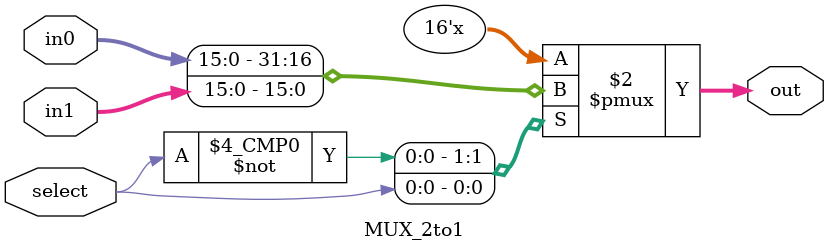
<source format=v>
`timescale 1ns / 1ps
module MUX_2to1(
    input [15:0]in0,in1,
	 input select,
	 output reg [15:0]out
    );
	 always@(*)
	     case(select)
		      1'b0:out = in0;
				1'b1:out = in1;
		  endcase

endmodule

</source>
